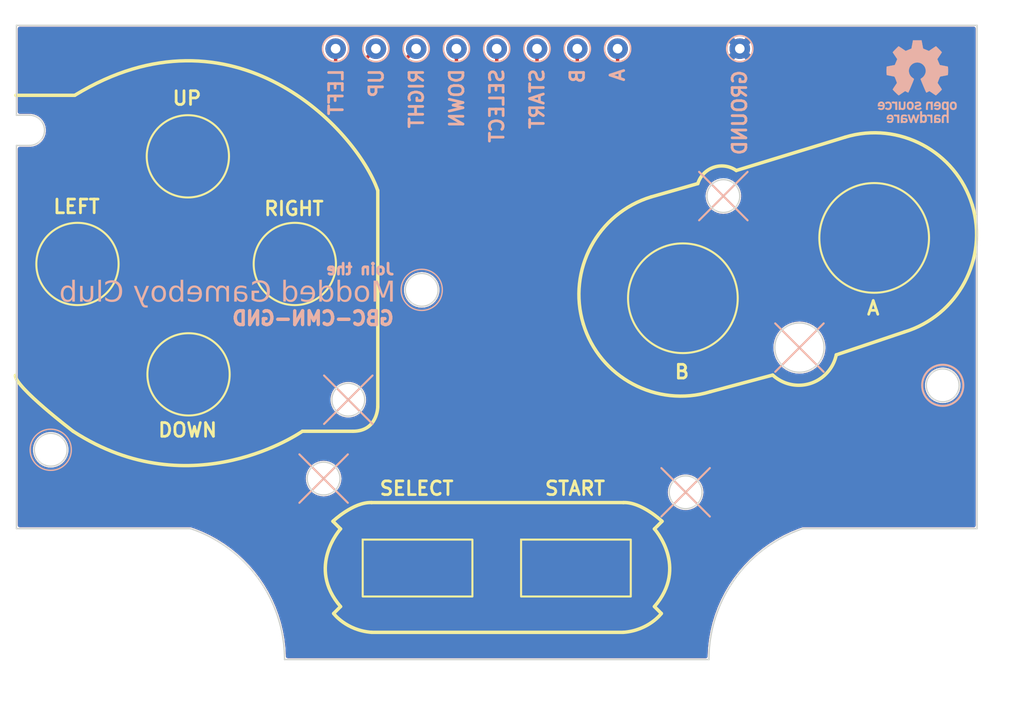
<source format=kicad_pcb>
(kicad_pcb (version 20240108) (generator "pcbnew") (generator_version "8.0")
  (layers (0 "F.Cu" signal) (31 "B.Cu" signal) (34 "B.Paste" user) (35 "F.Paste" user) (36 "B.SilkS" user "B.Silkscreen") (37 "F.SilkS" user "F.Silkscreen") (38 "B.Mask" user) (39 "F.Mask" user) (44 "Edge.Cuts" user))
  (net 0 "")
  (net 1 "GND")
  (net 2 "/UP")
  (net 3 "/LEFT")
  (net 4 "/RIGHT")
  (net 5 "/DOWN")
  (net 6 "/B")
  (net 7 "/A")
  (net 8 "/SELECT")
  (net 9 "/START")
  (footprint "GBC_directional:Dpad CGB" (layer "F.Cu") (at 82.85 115.05)
    (property "Reference" "SW4" (hide yes))
    (property "Value" "DOWN")
  )
  (footprint "GBC_directional:Start CGB" (layer "F.Cu") (at 111.3 129.9)
    (property "Reference" "SW8" (hide yes))
    (property "Value" "START")
  )
  (footprint "GBC_directional:AB CGB" (layer "F.Cu") (at 119.031451 112.354706)
    (property "Reference" "SW5" (hide yes))
    (property "Value" "B")
  )
  (footprint "GBC_directional:Dpad CGB" (layer "F.Cu") (at 82.792124 109.245662 180)
    (property "Reference" "SW1" (hide yes))
    (property "Value" "UP")
  )
  (footprint "GBC_directional:Select CGB" (layer "F.Cu") (at 99.6 129.95)
    (property "Reference" "SW7" (hide yes))
    (property "Value" "SELECT")
  )
  (footprint "GBC_directional:Dpad CGB" (layer "F.Cu") (at 85.623231 111.992124 90)
    (property "Reference" "SW3" (hide yes))
    (property "Value" "RIGHT")
  )
  (footprint "GBC_directional:AB CGB" (layer "F.Cu") (at 132.986705 107.967465)
    (property "Reference" "SW6" (hide yes))
    (property "Value" "A")
  )
  (footprint "GBC_directional:Dpad CGB" (layer "F.Cu") (at 79.85 112.05 -90)
    (property "Reference" "SW2" (hide yes))
    (property "Value" "LEFT")
  )
  (footprint "Symbol:OSHW-Logo_5.7x6mm_SilkScreen" (layer "B.Cu") (at 136 98.7 180)
    (property "Reference" "REF**" (hide yes))
    (property "Value" "OSHW-Logo_5.7x6mm_SilkScreen" (hide yes))
  )
  (footprint "TestPoint:TestPoint_THTPad_D1.5mm_Drill0.7mm" (layer "B.Cu") (at 99.45 96.3 180)
    (property "Reference" "TP3" (hide yes))
    (property "Value" "RIGHT")
  )
  (footprint "TestPoint:TestPoint_THTPad_D1.5mm_Drill0.7mm" (layer "B.Cu") (at 105.325 96.3 180)
    (property "Reference" "TP7" (hide yes))
    (property "Value" "SELECT")
  )
  (footprint "TestPoint:TestPoint_THTPad_D1.5mm_Drill0.7mm" (layer "B.Cu") (at 111.2 96.3 180)
    (property "Reference" "TP5" (hide yes))
    (property "Value" "B")
  )
  (footprint "TestPoint:TestPoint_THTPad_D1.5mm_Drill0.7mm" (layer "B.Cu") (at 102.3875 96.3 180)
    (property "Reference" "TP4" (hide yes))
    (property "Value" "DOWN")
  )
  (footprint "TestPoint:TestPoint_THTPad_D1.5mm_Drill0.7mm" (layer "B.Cu") (at 108.2625 96.3 180)
    (property "Reference" "TP8" (hide yes))
    (property "Value" "START")
  )
  (footprint "TestPoint:TestPoint_THTPad_D1.5mm_Drill0.7mm" (layer "B.Cu") (at 93.575 96.3 180)
    (property "Reference" "TP2" (hide yes))
    (property "Value" "LEFT")
  )
  (footprint "TestPoint:TestPoint_THTPad_D1.5mm_Drill0.7mm" (layer "B.Cu") (at 96.5125 96.3 180)
    (property "Reference" "TP1" (hide yes))
    (property "Value" "UP")
  )
  (footprint "TestPoint:TestPoint_THTPad_D1.5mm_Drill0.7mm" (layer "B.Cu") (at 114.1375 96.3 180)
    (property "Reference" "TP6" (hide yes))
    (property "Value" "A")
  )
  (footprint "TestPoint:TestPoint_THTPad_D1.5mm_Drill0.7mm" (layer "B.Cu") (at 123.05 96.3 180)
    (property "Reference" "TP9" (hide yes))
    (property "Value" "GND")
  )
  (gr_line (start 121.85 107.05) (end 123.617767 108.817767) (stroke (width 0.15)) (layer "B.SilkS"))
  (gr_line (start 92.7 127.65) (end 90.932233 129.417767) (stroke (width 0.15)) (layer "B.SilkS"))
  (gr_circle (center 99.855085 113.888474) (end 101.355085 113.888474) (stroke (width 0.1)) (fill none) (layer "B.SilkS"))
  (gr_line (start 127.4 118.1) (end 125.632233 116.332233) (stroke (width 0.15)) (layer "B.SilkS"))
  (gr_line (start 94.5 121.9) (end 96.267767 123.667767) (stroke (width 0.15)) (layer "B.SilkS"))
  (gr_line (start 121.85 107.05) (end 120.082233 105.282233) (stroke (width 0.15)) (layer "B.SilkS"))
  (gr_line (start 127.4 118.1) (end 125.632233 119.867767) (stroke (width 0.15)) (layer "B.SilkS"))
  (gr_line (start 92.7 127.65) (end 94.467767 125.882233) (stroke (width 0.15)) (layer "B.SilkS"))
  (gr_line (start 121.85 107.05) (end 120.082233 108.817767) (stroke (width 0.15)) (layer "B.SilkS"))
  (gr_line (start 92.7 127.65) (end 90.932233 125.882233) (stroke (width 0.15)) (layer "B.SilkS"))
  (gr_line (start 92.7 127.65) (end 94.467767 129.417767) (stroke (width 0.15)) (layer "B.SilkS"))
  (gr_circle (center 137.85 120.85) (end 139.35 120.85) (stroke (width 0.15)) (fill none) (layer "B.SilkS"))
  (gr_line (start 127.4 118.1) (end 129.167767 116.332233) (stroke (width 0.15)) (layer "B.SilkS"))
  (gr_line (start 119.1 128.65) (end 120.867767 130.417767) (stroke (width 0.15)) (layer "B.SilkS"))
  (gr_line (start 121.85 107.05) (end 123.617767 105.282233) (stroke (width 0.15)) (layer "B.SilkS"))
  (gr_line (start 119.1 128.65) (end 120.867767 126.882233) (stroke (width 0.15)) (layer "B.SilkS"))
  (gr_line (start 94.5 121.9) (end 92.732233 120.132233) (stroke (width 0.15)) (layer "B.SilkS"))
  (gr_line (start 119.1 128.65) (end 117.332233 126.882233) (stroke (width 0.15)) (layer "B.SilkS"))
  (gr_circle (center 72.8 125.55) (end 74.3 125.55) (stroke (width 0.1)) (fill none) (layer "B.SilkS"))
  (gr_line (start 94.5 121.9) (end 96.267767 120.132233) (stroke (width 0.15)) (layer "B.SilkS"))
  (gr_line (start 119.1 128.65) (end 117.332233 130.417767) (stroke (width 0.15)) (layer "B.SilkS"))
  (gr_line (start 94.5 121.9) (end 92.732233 123.667767) (stroke (width 0.15)) (layer "B.SilkS"))
  (gr_line (start 127.4 118.1) (end 129.167767 119.867767) (stroke (width 0.15)) (layer "B.SilkS"))
  (gr_line (start 117.331264 137.489172) (end 116.82569 136.983599) (stroke (width 0.25)) (layer "F.SilkS"))
  (gr_circle (center 82.85 120.05) (end 85.85 120.05) (stroke (width 0.15)) (fill none) (layer "F.SilkS"))
  (gr_curve (pts (xy 96.2 129.4) (xy 94.88551 129.339332) (xy 93.378902 130.765048) (xy 93.378902 130.765048)) (stroke (width 0.25)) (layer "F.SilkS"))
  (gr_circle (center 82.8 104.15) (end 85.8 104.15) (stroke (width 0.15)) (fill none) (layer "F.SilkS"))
  (gr_curve (pts (xy 120.896024 121.319045) (xy 116.98837 122.504414) (xy 112.821351 120.27709) (xy 111.635982 116.369436)) (stroke (width 0.25)) (layer "F.SilkS"))
  (gr_arc (start 119.990569 106.136728) (mid 121.15 104.95) (end 122.792523 105.183935) (stroke (width 0.25)) (layer "F.SilkS"))
  (gr_line (start 114.560722 129.4) (end 96.2 129.4) (stroke (width 0.25)) (layer "F.SilkS"))
  (gr_arc (start 130.08457 118.628467) (mid 128.19586 120.714022) (end 125.450001 120.099999) (stroke (width 0.25)) (layer "F.SilkS"))
  (gr_line (start 120.896024 121.319045) (end 125.450001 120.099999) (stroke (width 0.25)) (layer "F.SilkS"))
  (gr_line (start 116.82569 131.321179) (end 117.381821 130.765048) (stroke (width 0.25)) (layer "F.SilkS"))
  (gr_line (start 96.650637 106.646497) (end 96.650637 122.393418) (stroke (width 0.25)) (layer "F.SilkS"))
  (gr_rect (start 107.1 132.1) (end 115.1 136.25) (stroke (width 0.15)) (fill none) (layer "F.SilkS"))
  (gr_line (start 116.585586 107.10938) (end 119.990569 106.136728) (stroke (width 0.25)) (layer "F.SilkS"))
  (gr_curve (pts (xy 130.739954 102.750378) (xy 134.647608 101.565009) (xy 138.814627 103.792332) (xy 139.999996 107.699986)) (stroke (width 0.25)) (layer "F.SilkS"))
  (gr_curve (pts (xy 91.15 124.2) (xy 91.15 124.2) (xy 83.114756 129.835456) (xy 74.432378 124.2)) (stroke (width 0.25)) (layer "F.SilkS"))
  (gr_curve (pts (xy 96.650637 122.393418) (xy 96.650637 122.393418) (xy 96.650637 124.2) (xy 94.844055 124.2)) (stroke (width 0.25)) (layer "F.SilkS"))
  (gr_curve (pts (xy 111.635978 116.369422) (xy 110.450608 112.461768) (xy 112.677932 108.294749) (xy 116.585586 107.10938)) (stroke (width 0.25)) (layer "F.SilkS"))
  (gr_curve (pts (xy 74.432378 124.2) (xy 74.432378 124.2) (xy 70.218418 120.991295) (xy 70.218418 120.12845)) (stroke (width 0.25)) (layer "F.SilkS"))
  (gr_line (start 93.935032 136.983599) (end 93.429459 137.489172) (stroke (width 0.25)) (layer "F.SilkS"))
  (gr_circle (center 132.85 110.1) (end 135.25 106.9) (stroke (width 0.15)) (fill none) (layer "F.SilkS"))
  (gr_curve (pts (xy 114.560722 138.864332) (xy 116.421232 138.722771) (xy 117.331264 137.489172) (xy 117.331264 137.489172)) (stroke (width 0.25)) (layer "F.SilkS"))
  (gr_line (start 122.792523 105.183935) (end 130.739954 102.750378) (stroke (width 0.25)) (layer "F.SilkS"))
  (gr_curve (pts (xy 93.429459 137.489172) (xy 93.429459 137.489172) (xy 94.339491 138.722771) (xy 96.2 138.864332)) (stroke (width 0.25)) (layer "F.SilkS"))
  (gr_circle (center 74.75 112) (end 77.75 112) (stroke (width 0.15)) (fill none) (layer "F.SilkS"))
  (gr_circle (center 90.6 112) (end 93.6 112) (stroke (width 0.15)) (fill none) (layer "F.SilkS"))
  (gr_circle (center 118.9 114.5) (end 121.3 111.3) (stroke (width 0.15)) (fill none) (layer "F.SilkS"))
  (gr_curve (pts (xy 117.381821 130.765048) (xy 117.381821 130.765048) (xy 115.875213 129.339332) (xy 114.560722 129.4)) (stroke (width 0.25)) (layer "F.SilkS"))
  (gr_curve (pts (xy 140 107.7) (xy 141.18537 111.607654) (xy 138.958046 115.774673) (xy 135.050392 116.960042)) (stroke (width 0.25)) (layer "F.SilkS"))
  (gr_curve (pts (xy 74.55 99.7) (xy 86.1 92.65) (xy 95.08673 102.170488) (xy 96.650637 106.646497)) (stroke (width 0.25)) (layer "F.SilkS"))
  (gr_curve (pts (xy 116.82569 136.983599) (xy 119.333334 134.09172) (xy 116.82569 131.321179) (xy 116.82569 131.321179)) (stroke (width 0.25)) (layer "F.SilkS"))
  (gr_line (start 130.08457 118.628467) (end 135.050392 116.960042) (stroke (width 0.25)) (layer "F.SilkS"))
  (gr_line (start 70.25 99.7) (end 74.55 99.7) (stroke (width 0.25)) (layer "F.SilkS"))
  (gr_line (start 96.2 138.864332) (end 114.560722 138.864332) (stroke (width 0.25)) (layer "F.SilkS"))
  (gr_line (start 94.844055 124.2) (end 91.15 124.2) (stroke (width 0.25)) (layer "F.SilkS"))
  (gr_line (start 93.378902 130.765048) (end 93.935032 131.321179) (stroke (width 0.25)) (layer "F.SilkS"))
  (gr_rect (start 95.55 132.1) (end 103.55 136.25) (stroke (width 0.15)) (fill none) (layer "F.SilkS"))
  (gr_curve (pts (xy 93.935032 131.321179) (xy 93.935032 131.321179) (xy 91.427389 134.09172) (xy 93.935032 136.983599)) (stroke (width 0.25)) (layer "F.SilkS"))
  (gr_circle (center 121.852543 107.047457) (end 121.852543 105.847457) (stroke (width 0.1)) (fill none) (layer "Edge.Cuts"))
  (gr_circle (center 92.7 127.65) (end 92.7 126.45) (stroke (width 0.1)) (fill none) (layer "Edge.Cuts"))
  (gr_line (start 70.3 131.3) (end 82.991435 131.3) (stroke (width 0.1)) (layer "Edge.Cuts"))
  (gr_line (start 70.3 103.359072) (end 71.245464 103.359072) (stroke (width 0.1)) (layer "Edge.Cuts"))
  (gr_line (start 70.3 101.15) (end 71.245464 101.15) (stroke (width 0.1)) (layer "Edge.Cuts"))
  (gr_line (start 70.3 103.359072) (end 70.3 131.3) (stroke (width 0.1)) (layer "Edge.Cuts"))
  (gr_circle (center 72.8 125.55) (end 72.8 124.35) (stroke (width 0.1)) (fill none) (layer "Edge.Cuts"))
  (gr_line (start 140.35 94.6) (end 140.35 131.3) (stroke (width 0.1)) (layer "Edge.Cuts"))
  (gr_line (start 140.35 131.3) (end 127.658565 131.3) (stroke (width 0.1)) (layer "Edge.Cuts"))
  (gr_circle (center 127.4 118.1) (end 127.4 116.3) (stroke (width 0.1)) (fill none) (layer "Edge.Cuts"))
  (gr_arc (start 82.991435 131.3) (mid 87.958001 134.970486) (end 89.850472 140.849075) (stroke (width 0.1)) (layer "Edge.Cuts"))
  (gr_line (start 70.3 94.6) (end 70.3 101.15) (stroke (width 0.1)) (layer "Edge.Cuts"))
  (gr_line (start 120.799528 140.849075) (end 89.85 140.849075) (stroke (width 0.1)) (layer "Edge.Cuts"))
  (gr_circle (center 94.5 121.9) (end 94.5 120.7) (stroke (width 0.1)) (fill none) (layer "Edge.Cuts"))
  (gr_arc (start 71.245464 101.15) (mid 72.35 102.254536) (end 71.245464 103.359072) (stroke (width 0.1)) (layer "Edge.Cuts"))
  (gr_circle (center 99.855085 113.888474) (end 99.855085 112.688474) (stroke (width 0.1)) (fill none) (layer "Edge.Cuts"))
  (gr_line (start 70.3 94.6) (end 140.35 94.6) (stroke (width 0.1)) (layer "Edge.Cuts"))
  (gr_circle (center 119.1 128.65) (end 119.1 127.45) (stroke (width 0.1)) (fill none) (layer "Edge.Cuts"))
  (gr_circle (center 137.85 120.85) (end 137.85 119.65) (stroke (width 0.1)) (fill none) (layer "Edge.Cuts"))
  (gr_arc (start 120.799528 140.849075) (mid 122.691999 134.970486) (end 127.658565 131.3) (stroke (width 0.1)) (layer "Edge.Cuts"))
  (gr_text "UP" (at 97.128916 97.666952 90) (layer "B.SilkS") (effects (font (size 1 1) (thickness 0.2) (bold yes)) (justify left bottom mirror)))
  (gr_text "B" (at 111.786831 97.666952 90) (layer "B.SilkS") (effects (font (size 1 1) (thickness 0.2) (bold yes)) (justify left bottom mirror)))
  (gr_text "GBC-CMN-GND" (at 97.95 116.55 -0) (layer "B.SilkS") (effects (font (size 1 1) (thickness 0.25) (bold yes)) (justify left bottom mirror)))
  (gr_text "LEFT" (at 94.197333 97.666952 90) (layer "B.SilkS") (effects (font (size 1 1) (thickness 0.2) (bold yes)) (justify left bottom mirror)))
  (gr_text "Modded Gameboy Club" (at 97.95 115 0) (layer "B.SilkS") (effects (font (size 1.5 1.5)) (justify left bottom mirror)))
  (gr_text "GROUND" (at 123.625 97.766952 90) (layer "B.SilkS") (effects (font (size 1 1) (thickness 0.2) (bold yes)) (justify left bottom mirror)))
  (gr_text "SELECT" (at 105.923665 97.666952 90) (layer "B.SilkS") (effects (font (size 1 1) (thickness 0.2) (bold yes)) (justify left bottom mirror)))
  (gr_text "START" (at 108.855248 97.666952 90) (layer "B.SilkS") (effects (font (size 1 1) (thickness 0.2) (bold yes)) (justify left bottom mirror)))
  (gr_text "A" (at 114.718414 97.666952 90) (layer "B.SilkS") (effects (font (size 1 1) (thickness 0.2) (bold yes)) (justify left bottom mirror)))
  (gr_text "Join the" (at 97.95 112.85 0) (layer "B.SilkS") (effects (font (size 0.8 0.8) (thickness 0.2) (bold yes)) (justify left bottom mirror)))
  (gr_text "DOWN" (at 102.992082 97.666952 90) (layer "B.SilkS") (effects (font (size 1 1) (thickness 0.2) (bold yes)) (justify left bottom mirror)))
  (gr_text "RIGHT" (at 100.060499 97.666952 90) (layer "B.SilkS") (effects (font (size 1 1) (thickness 0.2) (bold yes)) (justify left bottom mirror)))
  (gr_text "LEFT" (at 72.883333 108.4 0) (layer "F.SilkS") (effects (font (size 1 1) (thickness 0.2) (bold yes)) (justify left bottom)))
  (gr_text "RIGHT" (at 88.257143 108.55 0) (layer "F.SilkS") (effects (font (size 1 1) (thickness 0.2) (bold yes)) (justify left bottom)))
  (gr_text "B" (at 118.2 120.45 0) (layer "F.SilkS") (effects (font (size 1 1) (thickness 0.2) (bold yes)) (justify left bottom)))
  (gr_text "DOWN" (at 80.530953 124.7 0) (layer "F.SilkS") (effects (font (size 1 1) (thickness 0.2) (bold yes)) (justify left bottom)))
  (gr_text "SELECT" (at 96.683333 128.95 0) (layer "F.SilkS") (effects (font (size 1 1) (thickness 0.2) (bold yes)) (justify left bottom)))
  (gr_text "A" (at 132.221429 115.8 0) (layer "F.SilkS") (effects (font (size 1 1) (thickness 0.2) (bold yes)) (justify left bottom)))
  (gr_text "START" (at 108.733333 128.95 0) (layer "F.SilkS") (effects (font (size 1 1) (thickness 0.2) (bold yes)) (justify left bottom)))
  (gr_text "UP" (at 81.576191 100.5 0) (layer "F.SilkS") (effects (font (size 1 1) (thickness 0.2) (bold yes)) (justify left bottom)))
  (segment (start 132.255254 113.305254) (end 132.6 113.65) (width 0.3) (layer "F.Cu") (net 1))
  (segment (start 135.186705 113.1) (end 135.186705 110.267465) (width 0.3) (layer "F.Cu") (net 1))
  (segment (start 132.6 113.65) (end 134.636705 113.65) (width 0.3) (layer "F.Cu") (net 1))
  (segment (start 120.55 117.8) (end 121.231451 117.118549) (width 0.3) (layer "F.Cu") (net 1))
  (segment (start 134.636705 113.65) (end 135.186705 113.1) (width 0.3) (layer "F.Cu") (net 1))
  (segment (start 132.255254 110.362759) (end 132.255254 113.305254) (width 0.3) (layer "F.Cu") (net 1))
  (segment (start 118.55 117.8) (end 120.55 117.8) (width 0.3) (layer "F.Cu") (net 1))
  (segment (start 118.3 117.55) (end 118.55 117.8) (width 0.3) (layer "F.Cu") (net 1))
  (segment (start 118.3 114.75) (end 118.3 117.55) (width 0.3) (layer "F.Cu") (net 1))
  (segment (start 121.231451 117.118549) (end 121.231451 114.654706) (width 0.3) (layer "F.Cu") (net 1))
  (segment (start 89.516838 103.295662) (end 96.5125 96.3) (width 0.25) (layer "F.Cu") (net 2))
  (segment (start 83.992124 103.295662) (end 89.516838 103.295662) (width 0.25) (layer "F.Cu") (net 2))
  (segment (start 80.45 100.35) (end 90.85 100.35) (width 0.25) (layer "F.Cu") (net 3))
  (segment (start 73.9 106.9) (end 80.45 100.35) (width 0.25) (layer "F.Cu") (net 3))
  (segment (start 93.575 97.625) (end 93.575 96.3) (width 0.25) (layer "F.Cu") (net 3))
  (segment (start 73.9 110.85) (end 73.9 106.9) (width 0.25) (layer "F.Cu") (net 3))
  (segment (start 90.85 100.35) (end 93.575 97.625) (width 0.25) (layer "F.Cu") (net 3))
  (segment (start 91.473231 110.942124) (end 91.473231 104.276769) (width 0.25) (layer "F.Cu") (net 4))
  (segment (start 91.473231 104.276769) (end 99.45 96.3) (width 0.25) (layer "F.Cu") (net 4))
  (segment (start 102.3875 106.3125) (end 102.3875 96.3) (width 0.25) (layer "F.Cu") (net 5))
  (segment (start 83.9 120.9) (end 87.8 120.9) (width 0.25) (layer "F.Cu") (net 5))
  (segment (start 87.8 120.9) (end 102.3875 106.3125) (width 0.25) (layer "F.Cu") (net 5))
  (segment (start 116.581451 114.654706) (end 116.581451 110.818549) (width 0.25) (layer "F.Cu") (net 6))
  (segment (start 116.581451 110.818549) (end 116.581451 110.731451) (width 0.25) (layer "F.Cu") (net 6))
  (segment (start 116.581451 110.818549) (end 117.1 110.3) (width 0.25) (layer "F.Cu") (net 6))
  (segment (start 119.95 110.85) (end 119.95 113.936157) (width 0.25) (layer "F.Cu") (net 6))
  (segment (start 117.1 110.3) (end 119.4 110.3) (width 0.25) (layer "F.Cu") (net 6))
  (segment (start 111.2 105.35) (end 111.2 96.3) (width 0.25) (layer "F.Cu") (net 6))
  (segment (start 116.581451 110.731451) (end 111.2 105.35) (width 0.25) (layer "F.Cu") (net 6))
  (segment (start 119.4 110.3) (end 119.95 110.85) (width 0.25) (layer "F.Cu") (net 6))
  (segment (start 119.95 113.936157) (end 119.631451 114.254706) (width 0.25) (layer "F.Cu") (net 6))
  (segment (start 131.05 106.4) (end 132.95 106.4) (width 0.25) (layer "F.Cu") (net 7))
  (segment (start 130.536705 106.913295) (end 131.05 106.4) (width 0.25) (layer "F.Cu") (net 7))
  (segment (start 114.1375 100.0875) (end 114.1375 96.3) (width 0.25) (layer "F.Cu") (net 7))
  (segment (start 130.536705 110.267465) (end 130.536705 106.913295) (width 0.25) (layer "F.Cu") (net 7))
  (segment (start 133.586705 107.036705) (end 132.95 106.4) (width 0.25) (layer "F.Cu") (net 7))
  (segment (start 133.586705 109.867465) (end 133.586705 107.036705) (width 0.25) (layer "F.Cu") (net 7))
  (segment (start 119.35 105.3) (end 114.1375 100.0875) (width 0.25) (layer "F.Cu") (net 7))
  (segment (start 128.92341 105.3) (end 119.35 105.3) (width 0.25) (layer "F.Cu") (net 7))
  (segment (start 130.536705 106.913295) (end 128.92341 105.3) (width 0.25) (layer "F.Cu") (net 7))
  (segment (start 105.325 105.675) (end 105.325 96.3) (width 0.25) (layer "F.Cu") (net 8))
  (segment (start 102.95 132.15) (end 102.95 132.6) (width 0.25) (layer "F.Cu") (net 8))
  (segment (start 98.5 133.3) (end 98.5 131.95) (width 0.25) (layer "F.Cu") (net 8))
  (segment (start 102.45 131.65) (end 102.95 132.15) (width 0.25) (layer "F.Cu") (net 8))
  (segment (start 102.45 108.55) (end 105.325 105.675) (width 0.25) (layer "F.Cu") (net 8))
  (segment (start 98.8 131.65) (end 102.45 131.65) (width 0.25) (layer "F.Cu") (net 8))
  (segment (start 98.5 131.95) (end 98.8 131.65) (width 0.25) (layer "F.Cu") (net 8))
  (segment (start 102.45 131.65) (end 102.45 108.55) (width 0.25) (layer "F.Cu") (net 8))
  (segment (start 108.2625 96.3) (end 108.2625 130.2875) (width 0.25) (layer "F.Cu") (net 9))
  (segment (start 108.2 135.2) (end 106.95 135.2) (width 0.25) (layer "F.Cu") (net 9))
  (segment (start 108.2625 130.2875) (end 106.75 131.8) (width 0.25) (layer "F.Cu") (net 9))
  (segment (start 113.7 131.55) (end 114.05 131.9) (width 0.25) (layer "F.Cu") (net 9))
  (segment (start 106.75 135) (end 106.75 131.8) (width 0.25) (layer "F.Cu") (net 9))
  (segment (start 110.25 133.55) (end 110.25 131.55) (width 0.25) (layer "F.Cu") (net 9))
  (segment (start 106.75 131.8) (end 107 131.55) (width 0.25) (layer "F.Cu") (net 9))
  (segment (start 110.25 131.55) (end 113.7 131.55) (width 0.25) (layer "F.Cu") (net 9))
  (segment (start 106.95 135.2) (end 106.75 135) (width 0.25) (layer "F.Cu") (net 9))
  (segment (start 114.05 131.9) (end 114.05 133.25) (width 0.25) (layer "F.Cu") (net 9))
  (segment (start 107 131.55) (end 110.25 131.55) (width 0.25) (layer "F.Cu") (net 9))
  (zone (net 1) (net_name "GND") (layers "F&B.Cu") (connect_pads (clearance 0.2)) (min_thickness 0.25) (fill yes (thermal_gap 0.2) (thermal_bridge_width 0.5))
    (polygon (pts (xy 69.1 93) (xy 69.1 135.4) (xy 78.25 144.55) (xy 132.4 144.55) (xy 143.8 133.15) (xy 143.8 94) (xy 142.55 92.75) (xy 69.35 92.75)))
  )
)
</source>
